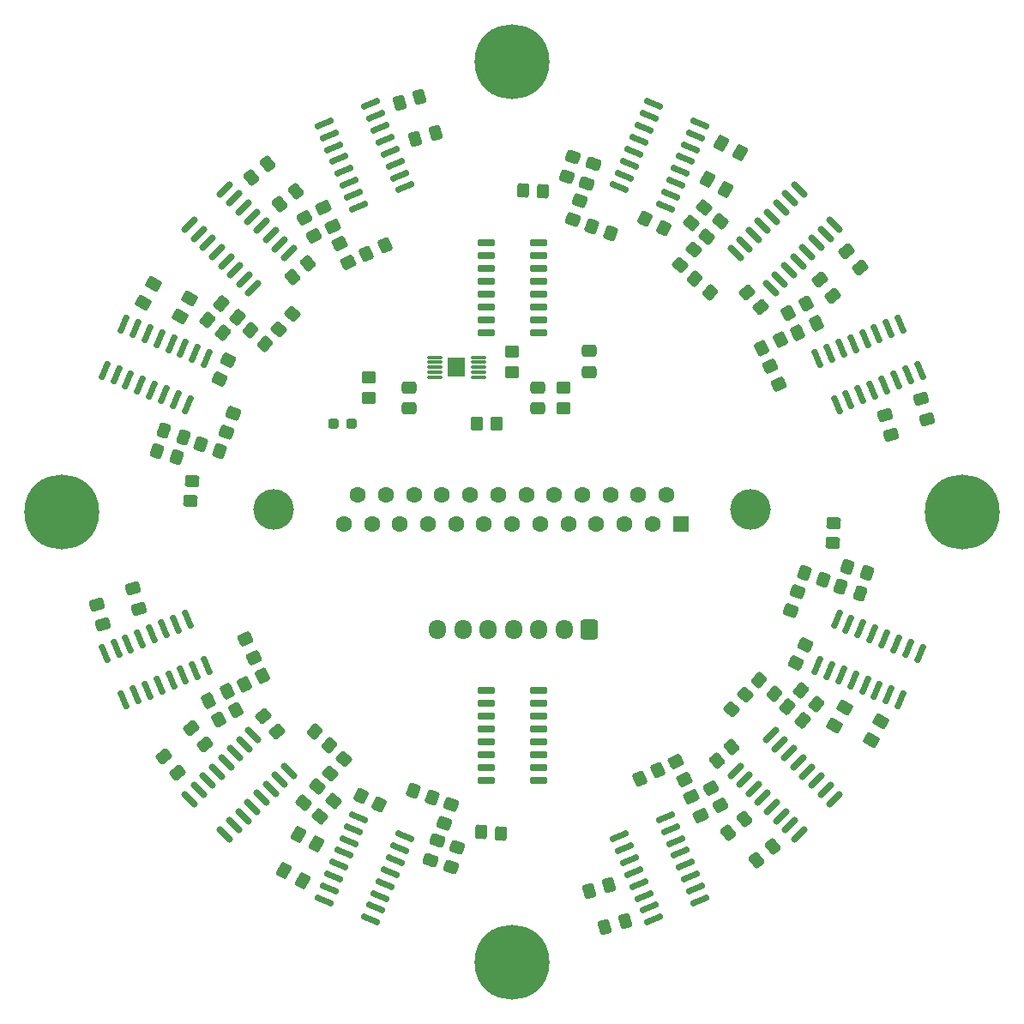
<source format=gts>
%TF.GenerationSoftware,KiCad,Pcbnew,8.0.0*%
%TF.CreationDate,2024-02-27T15:47:42-08:00*%
%TF.ProjectId,PCB,5043422e-6b69-4636-9164-5f7063625858,rev?*%
%TF.SameCoordinates,Original*%
%TF.FileFunction,Soldermask,Top*%
%TF.FilePolarity,Negative*%
%FSLAX46Y46*%
G04 Gerber Fmt 4.6, Leading zero omitted, Abs format (unit mm)*
G04 Created by KiCad (PCBNEW 8.0.0) date 2024-02-27 15:47:42*
%MOMM*%
%LPD*%
G01*
G04 APERTURE LIST*
G04 Aperture macros list*
%AMRoundRect*
0 Rectangle with rounded corners*
0 $1 Rounding radius*
0 $2 $3 $4 $5 $6 $7 $8 $9 X,Y pos of 4 corners*
0 Add a 4 corners polygon primitive as box body*
4,1,4,$2,$3,$4,$5,$6,$7,$8,$9,$2,$3,0*
0 Add four circle primitives for the rounded corners*
1,1,$1+$1,$2,$3*
1,1,$1+$1,$4,$5*
1,1,$1+$1,$6,$7*
1,1,$1+$1,$8,$9*
0 Add four rect primitives between the rounded corners*
20,1,$1+$1,$2,$3,$4,$5,0*
20,1,$1+$1,$4,$5,$6,$7,0*
20,1,$1+$1,$6,$7,$8,$9,0*
20,1,$1+$1,$8,$9,$2,$3,0*%
G04 Aperture macros list end*
%ADD10RoundRect,0.250000X-0.041714X0.581198X-0.562560X0.151845X0.041714X-0.581198X0.562560X-0.151845X0*%
%ADD11RoundRect,0.250000X-0.552920X0.183876X-0.355569X-0.461629X0.552920X-0.183876X0.355569X0.461629X0*%
%ADD12RoundRect,0.250000X0.260953X-0.520994X0.577847X0.074996X-0.260953X0.520994X-0.577847X-0.074996X0*%
%ADD13RoundRect,0.250000X-0.127030X-0.555755X0.507386X-0.259922X0.127030X0.555755X-0.507386X0.259922X0*%
%ADD14RoundRect,0.250000X-0.095117X-0.574877X0.511569X-0.278977X0.095117X0.574877X-0.511569X0.278977X0*%
%ADD15RoundRect,0.250000X-0.303155X0.482801X-0.542569X-0.174983X0.303155X-0.482801X0.542569X0.174983X0*%
%ADD16RoundRect,0.150000X-0.725000X-0.150000X0.725000X-0.150000X0.725000X0.150000X-0.725000X0.150000X0*%
%ADD17RoundRect,0.250000X-0.475000X0.337500X-0.475000X-0.337500X0.475000X-0.337500X0.475000X0.337500X0*%
%ADD18RoundRect,0.150000X-0.819603X0.177132X0.704798X-0.454296X0.819603X-0.177132X-0.704798X0.454296X0*%
%ADD19RoundRect,0.250000X0.557370X0.119744X0.021139X0.569696X-0.557370X-0.119744X-0.021139X-0.569696X0*%
%ADD20RoundRect,0.250000X0.132120X-0.567517X0.579388X-0.061972X-0.132120X0.567517X-0.579388X0.061972X0*%
%ADD21C,4.000000*%
%ADD22R,1.600000X1.600000*%
%ADD23C,1.600000*%
%ADD24RoundRect,0.250000X-0.554625X0.131874X-0.264340X-0.505098X0.554625X-0.131874X0.264340X0.505098X0*%
%ADD25RoundRect,0.250000X-0.132120X0.567517X-0.579388X0.061972X0.132120X-0.567517X0.579388X-0.061972X0*%
%ADD26RoundRect,0.250000X-0.378682X-0.426145X0.319819X-0.471928X0.378682X0.426145X-0.319819X0.471928X0*%
%ADD27RoundRect,0.150000X-0.704798X-0.454296X0.819603X0.177132X0.704798X0.454296X-0.819603X-0.177132X0*%
%ADD28C,4.100000*%
%ADD29C,7.400000*%
%ADD30RoundRect,0.250000X-0.520994X-0.260953X0.074996X-0.577847X0.520994X0.260953X-0.074996X0.577847X0*%
%ADD31RoundRect,0.250000X-0.450000X0.350000X-0.450000X-0.350000X0.450000X-0.350000X0.450000X0.350000X0*%
%ADD32RoundRect,0.250000X-0.574877X0.095117X-0.278977X-0.511569X0.574877X-0.095117X0.278977X0.511569X0*%
%ADD33RoundRect,0.250000X-0.555755X0.127030X-0.259922X-0.507386X0.555755X-0.127030X0.259922X0.507386X0*%
%ADD34RoundRect,0.250000X0.555755X-0.127030X0.259922X0.507386X-0.555755X0.127030X-0.259922X-0.507386X0*%
%ADD35RoundRect,0.250000X-0.102667X-0.560767X0.518241X-0.237543X0.102667X0.560767X-0.518241X0.237543X0*%
%ADD36RoundRect,0.250000X0.581198X0.041714X0.151845X0.562560X-0.581198X-0.041714X-0.151845X-0.562560X0*%
%ADD37RoundRect,0.250000X0.350000X0.450000X-0.350000X0.450000X-0.350000X-0.450000X0.350000X-0.450000X0*%
%ADD38RoundRect,0.250000X0.303155X-0.482801X0.542569X0.174983X-0.303155X0.482801X-0.542569X-0.174983X0*%
%ADD39RoundRect,0.250000X0.041714X-0.581198X0.562560X-0.151845X-0.041714X0.581198X-0.562560X0.151845X0*%
%ADD40RoundRect,0.250000X-0.119744X0.557370X-0.569696X0.021139X0.119744X-0.557370X0.569696X-0.021139X0*%
%ADD41RoundRect,0.250000X0.095117X0.574877X-0.511569X0.278977X-0.095117X-0.574877X0.511569X-0.278977X0*%
%ADD42RoundRect,0.250000X-0.485429X-0.298930X0.170242X-0.544075X0.485429X0.298930X-0.170242X0.544075X0*%
%ADD43RoundRect,0.250000X-0.567517X-0.132120X-0.061972X-0.579388X0.567517X0.132120X0.061972X0.579388X0*%
%ADD44RoundRect,0.250000X-0.323926X0.469119X-0.534420X-0.198483X0.323926X-0.469119X0.534420X0.198483X0*%
%ADD45RoundRect,0.250000X-0.581198X-0.041714X-0.151845X-0.562560X0.581198X0.041714X0.151845X0.562560X0*%
%ADD46RoundRect,0.150000X-0.454296X0.704798X0.177132X-0.819603X0.454296X-0.704798X-0.177132X0.819603X0*%
%ADD47RoundRect,0.150000X0.477297X0.689429X-0.689429X-0.477297X-0.477297X-0.689429X0.689429X0.477297X0*%
%ADD48RoundRect,0.150000X0.704798X0.454296X-0.819603X-0.177132X-0.704798X-0.454296X0.819603X0.177132X0*%
%ADD49RoundRect,0.250000X0.469119X0.323926X-0.198483X0.534420X-0.469119X-0.323926X0.198483X-0.534420X0*%
%ADD50RoundRect,0.250000X-0.562063X-0.095318X-0.045969X-0.568231X0.562063X0.095318X0.045969X0.568231X0*%
%ADD51RoundRect,0.250000X-0.183876X-0.552920X0.461629X-0.355569X0.183876X0.552920X-0.461629X0.355569X0*%
%ADD52RoundRect,0.250000X0.475000X-0.337500X0.475000X0.337500X-0.475000X0.337500X-0.475000X-0.337500X0*%
%ADD53RoundRect,0.250000X0.127030X0.555755X-0.507386X0.259922X-0.127030X-0.555755X0.507386X-0.259922X0*%
%ADD54RoundRect,0.250000X0.473757X0.339242X-0.164468X0.559001X-0.473757X-0.339242X0.164468X-0.559001X0*%
%ADD55RoundRect,0.250000X-0.298930X0.485429X-0.544075X-0.170242X0.298930X-0.485429X0.544075X0.170242X0*%
%ADD56RoundRect,0.250000X-0.260953X0.520994X-0.577847X-0.074996X0.260953X-0.520994X0.577847X0.074996X0*%
%ADD57RoundRect,0.250000X0.552920X-0.183876X0.355569X0.461629X-0.552920X0.183876X-0.355569X-0.461629X0*%
%ADD58RoundRect,0.250000X-0.095318X0.562063X-0.568231X0.045969X0.095318X-0.562063X0.568231X-0.045969X0*%
%ADD59RoundRect,0.150000X-0.689429X0.477297X0.477297X-0.689429X0.689429X-0.477297X-0.477297X0.689429X0*%
%ADD60RoundRect,0.250000X-0.426145X0.378682X-0.471928X-0.319819X0.426145X-0.378682X0.471928X0.319819X0*%
%ADD61RoundRect,0.250000X0.033562X-0.569099X0.559850X-0.107557X-0.033562X0.569099X-0.559850X0.107557X0*%
%ADD62RoundRect,0.250000X-0.557370X-0.119744X-0.021139X-0.569696X0.557370X0.119744X0.021139X0.569696X0*%
%ADD63RoundRect,0.250000X0.095318X-0.562063X0.568231X-0.045969X-0.095318X0.562063X-0.568231X0.045969X0*%
%ADD64RoundRect,0.250000X0.298930X-0.485429X0.544075X0.170242X-0.298930X0.485429X-0.544075X-0.170242X0*%
%ADD65RoundRect,0.250000X0.512935X0.248792X-0.114876X0.558394X-0.512935X-0.248792X0.114876X-0.558394X0*%
%ADD66RoundRect,0.150000X0.819603X-0.177132X-0.704798X0.454296X-0.819603X0.177132X0.704798X-0.454296X0*%
%ADD67RoundRect,0.250000X0.562063X0.095318X0.045969X0.568231X-0.562063X-0.095318X-0.045969X-0.568231X0*%
%ADD68RoundRect,0.250000X-0.473757X-0.339242X0.164468X-0.559001X0.473757X0.339242X-0.164468X0.559001X0*%
%ADD69RoundRect,0.250000X-0.033562X0.569099X-0.559850X0.107557X0.033562X-0.569099X0.559850X-0.107557X0*%
%ADD70RoundRect,0.150000X-0.477297X-0.689429X0.689429X0.477297X0.477297X0.689429X-0.689429X-0.477297X0*%
%ADD71RoundRect,0.250000X-0.482801X-0.303155X0.174983X-0.542569X0.482801X0.303155X-0.174983X0.542569X0*%
%ADD72RoundRect,0.250000X0.520994X0.260953X-0.074996X0.577847X-0.520994X-0.260953X0.074996X-0.577847X0*%
%ADD73RoundRect,0.250000X0.183876X0.552920X-0.461629X0.355569X-0.183876X-0.552920X0.461629X-0.355569X0*%
%ADD74RoundRect,0.250000X0.090410X-0.562873X0.567809X-0.050925X-0.090410X0.562873X-0.567809X0.050925X0*%
%ADD75RoundRect,0.250000X0.339242X-0.473757X0.559001X0.164468X-0.339242X0.473757X-0.559001X-0.164468X0*%
%ADD76RoundRect,0.250000X-0.339242X0.473757X-0.559001X-0.164468X0.339242X-0.473757X0.559001X0.164468X0*%
%ADD77RoundRect,0.250000X-0.248792X0.512935X-0.558394X-0.114876X0.248792X-0.512935X0.558394X0.114876X0*%
%ADD78RoundRect,0.250000X0.482801X0.303155X-0.174983X0.542569X-0.482801X-0.303155X0.174983X-0.542569X0*%
%ADD79RoundRect,0.250000X0.574877X-0.095117X0.278977X0.511569X-0.574877X0.095117X-0.278977X-0.511569X0*%
%ADD80RoundRect,0.250000X-0.512935X-0.248792X0.114876X-0.558394X0.512935X0.248792X-0.114876X0.558394X0*%
%ADD81RoundRect,0.250000X0.600000X0.725000X-0.600000X0.725000X-0.600000X-0.725000X0.600000X-0.725000X0*%
%ADD82O,1.700000X1.950000*%
%ADD83RoundRect,0.150000X0.689429X-0.477297X-0.477297X0.689429X-0.689429X0.477297X0.477297X-0.689429X0*%
%ADD84RoundRect,0.250000X-0.562873X-0.090410X-0.050925X-0.567809X0.562873X0.090410X0.050925X0.567809X0*%
%ADD85RoundRect,0.250000X-0.560767X0.102667X-0.237543X-0.518241X0.560767X-0.102667X0.237543X0.518241X0*%
%ADD86RoundRect,0.237500X-0.287500X-0.237500X0.287500X-0.237500X0.287500X0.237500X-0.287500X0.237500X0*%
%ADD87RoundRect,0.250000X0.426145X-0.378682X0.471928X0.319819X-0.426145X0.378682X-0.471928X-0.319819X0*%
%ADD88RoundRect,0.250000X0.567517X0.132120X0.061972X0.579388X-0.567517X-0.132120X-0.061972X-0.579388X0*%
%ADD89RoundRect,0.250000X-0.469119X-0.323926X0.198483X-0.534420X0.469119X0.323926X-0.198483X0.534420X0*%
%ADD90RoundRect,0.250000X0.569099X0.033562X0.107557X0.559850X-0.569099X-0.033562X-0.107557X-0.559850X0*%
%ADD91RoundRect,0.075000X-0.650000X-0.075000X0.650000X-0.075000X0.650000X0.075000X-0.650000X0.075000X0*%
%ADD92R,1.680000X1.880000*%
%ADD93RoundRect,0.250000X0.450000X-0.350000X0.450000X0.350000X-0.450000X0.350000X-0.450000X-0.350000X0*%
%ADD94RoundRect,0.150000X-0.177132X-0.819603X0.454296X0.704798X0.177132X0.819603X-0.454296X-0.704798X0*%
%ADD95RoundRect,0.250000X-0.090410X0.562873X-0.567809X0.050925X0.090410X-0.562873X0.567809X-0.050925X0*%
%ADD96RoundRect,0.250000X0.378682X0.426145X-0.319819X0.471928X-0.378682X-0.426145X0.319819X-0.471928X0*%
%ADD97RoundRect,0.250000X0.102667X0.560767X-0.518241X0.237543X-0.102667X-0.560767X0.518241X-0.237543X0*%
%ADD98RoundRect,0.150000X0.454296X-0.704798X-0.177132X0.819603X-0.454296X0.704798X0.177132X-0.819603X0*%
%ADD99RoundRect,0.250000X-0.131874X-0.554625X0.505098X-0.264340X0.131874X0.554625X-0.505098X0.264340X0*%
%ADD100RoundRect,0.250000X-0.569099X-0.033562X-0.107557X-0.559850X0.569099X0.033562X0.107557X0.559850X0*%
%ADD101RoundRect,0.150000X0.725000X0.150000X-0.725000X0.150000X-0.725000X-0.150000X0.725000X-0.150000X0*%
%ADD102RoundRect,0.150000X0.177132X0.819603X-0.454296X-0.704798X-0.177132X-0.819603X0.454296X0.704798X0*%
%ADD103RoundRect,0.250000X0.119744X-0.557370X0.569696X-0.021139X-0.119744X0.557370X-0.569696X0.021139X0*%
%ADD104RoundRect,0.250000X0.485429X0.298930X-0.170242X0.544075X-0.485429X-0.298930X0.170242X-0.544075X0*%
%ADD105RoundRect,0.250000X0.323926X-0.469119X0.534420X0.198483X-0.323926X0.469119X-0.534420X-0.198483X0*%
%ADD106RoundRect,0.250000X0.554625X-0.131874X0.264340X0.505098X-0.554625X0.131874X-0.264340X-0.505098X0*%
%ADD107RoundRect,0.250000X0.248792X-0.512935X0.558394X0.114876X-0.248792X0.512935X-0.558394X-0.114876X0*%
%ADD108RoundRect,0.250000X0.562873X0.090410X0.050925X0.567809X-0.562873X-0.090410X-0.050925X-0.567809X0*%
%ADD109RoundRect,0.250000X0.560767X-0.102667X0.237543X0.518241X-0.560767X0.102667X-0.237543X-0.518241X0*%
%ADD110RoundRect,0.250000X0.131874X0.554625X-0.505098X0.264340X-0.131874X-0.554625X0.505098X-0.264340X0*%
G04 APERTURE END LIST*
D10*
X182925343Y-120357870D03*
X181324221Y-121677732D03*
D11*
X196820163Y-80437198D03*
X197426835Y-82421530D03*
D12*
X127202290Y-70726134D03*
X128176444Y-68894018D03*
D13*
X133531013Y-107023215D03*
X135343629Y-106177979D03*
D14*
X129987931Y-108625741D03*
X131852929Y-107716121D03*
D15*
X166679168Y-59246368D03*
X165995128Y-61125754D03*
D16*
X157425000Y-63457000D03*
X157425000Y-64727000D03*
X157425000Y-65997000D03*
X157425000Y-67267000D03*
X157425000Y-68537000D03*
X157425000Y-69807000D03*
X157425000Y-71077000D03*
X157425000Y-72347000D03*
X162575000Y-72347000D03*
X162575000Y-71077000D03*
X162575000Y-69807000D03*
X162575000Y-68537000D03*
X162575000Y-67267000D03*
X162575000Y-65997000D03*
X162575000Y-64727000D03*
X162575000Y-63457000D03*
D17*
X167640000Y-74125000D03*
X167640000Y-76200000D03*
D18*
X173994664Y-49746403D03*
X173508656Y-50919730D03*
X173022648Y-52093057D03*
X172536640Y-53266384D03*
X172050632Y-54439711D03*
X171564624Y-55613038D03*
X171078616Y-56786365D03*
X170592608Y-57959692D03*
X175165812Y-59853975D03*
X175651820Y-58680648D03*
X176137828Y-57507321D03*
X176623836Y-56333994D03*
X177109844Y-55160667D03*
X177595852Y-53987340D03*
X178081860Y-52814013D03*
X178567868Y-51640686D03*
D19*
X190061017Y-108948319D03*
X188528929Y-107662743D03*
D20*
X139400227Y-118693063D03*
X140775163Y-117138979D03*
D10*
X185729583Y-123029710D03*
X184128461Y-124349572D03*
D21*
X136455000Y-89770331D03*
X183555000Y-89770331D03*
D22*
X176625000Y-91190331D03*
D23*
X173855000Y-91190331D03*
X171085000Y-91190331D03*
X168315000Y-91190331D03*
X165545000Y-91190331D03*
X162775000Y-91190331D03*
X160005000Y-91190331D03*
X157235000Y-91190331D03*
X154465000Y-91190331D03*
X151695000Y-91190331D03*
X148925000Y-91190331D03*
X146155000Y-91190331D03*
X143385000Y-91190331D03*
X175240000Y-88350331D03*
X172470000Y-88350331D03*
X169700000Y-88350331D03*
X166930000Y-88350331D03*
X164160000Y-88350331D03*
X161390000Y-88350331D03*
X158620000Y-88350331D03*
X155850000Y-88350331D03*
X153080000Y-88350331D03*
X150310000Y-88350331D03*
X147540000Y-88350331D03*
X144770000Y-88350331D03*
D24*
X133675720Y-102577715D03*
X134505106Y-104397637D03*
D25*
X180599772Y-61306936D03*
X179224836Y-62861020D03*
D26*
X161078690Y-58252576D03*
X163074408Y-58383382D03*
D27*
X141432131Y-51640686D03*
X141918139Y-52814013D03*
X142404147Y-53987340D03*
X142890155Y-55160667D03*
X143376163Y-56333994D03*
X143862171Y-57507321D03*
X144348179Y-58680648D03*
X144834187Y-59853975D03*
X149407391Y-57959692D03*
X148921383Y-56786365D03*
X148435375Y-55613038D03*
X147949367Y-54439711D03*
X147463359Y-53266384D03*
X146977351Y-52093057D03*
X146491343Y-50919730D03*
X146005335Y-49746403D03*
D28*
X160000000Y-134450000D03*
D29*
X160000000Y-134450000D03*
D30*
X179273865Y-57202290D03*
X181105981Y-58176444D03*
D31*
X160020000Y-74200000D03*
X160020000Y-76200000D03*
D32*
X141374258Y-59987931D03*
X142283878Y-61852929D03*
D33*
X142976784Y-63531013D03*
X143822020Y-65343629D03*
D34*
X177023215Y-116468986D03*
X176177979Y-114656370D03*
D35*
X130990182Y-110521551D03*
X132764204Y-109598053D03*
D36*
X126970289Y-115729583D03*
X125650427Y-114128461D03*
D37*
X158480000Y-81280000D03*
X156480000Y-81280000D03*
D38*
X153320831Y-120753631D03*
X154004871Y-118874245D03*
D39*
X134270416Y-56970289D03*
X135871538Y-55650427D03*
D40*
X178948319Y-59938982D03*
X177662743Y-61471070D03*
D41*
X190012068Y-71374258D03*
X188147070Y-72283878D03*
D30*
X180669187Y-53589041D03*
X182501303Y-54563195D03*
D42*
X150279711Y-117507865D03*
X152153055Y-118208279D03*
D43*
X131306936Y-69400227D03*
X132861020Y-70775163D03*
D44*
X166002110Y-54976033D03*
X165400698Y-56883467D03*
D45*
X190357870Y-67074656D03*
X191677732Y-68675778D03*
X193029710Y-64270416D03*
X194349572Y-65871538D03*
D46*
X198359313Y-71432131D03*
X197185986Y-71918139D03*
X196012659Y-72404147D03*
X194839332Y-72890155D03*
X193666005Y-73376163D03*
X192492678Y-73862171D03*
X191319351Y-74348179D03*
X190146024Y-74834187D03*
X192040307Y-79407391D03*
X193213634Y-78921383D03*
X194386961Y-78435375D03*
X195560288Y-77949367D03*
X196733615Y-77463359D03*
X197906942Y-76977351D03*
X199080269Y-76491343D03*
X200253596Y-76005335D03*
D47*
X191833947Y-118333768D03*
X190935921Y-117435743D03*
X190037896Y-116537717D03*
X189139870Y-115639692D03*
X188241844Y-114741666D03*
X187343819Y-113843640D03*
X186445793Y-112945615D03*
X185547768Y-112047589D03*
X182047589Y-115547768D03*
X182945615Y-116445793D03*
X183843640Y-117343819D03*
X184741666Y-118241844D03*
X185639692Y-119139870D03*
X186537717Y-120037896D03*
X187435743Y-120935921D03*
X188333768Y-121833947D03*
D48*
X178567868Y-128359313D03*
X178081860Y-127185986D03*
X177595852Y-126012659D03*
X177109844Y-124839332D03*
X176623836Y-123666005D03*
X176137828Y-122492678D03*
X175651820Y-121319351D03*
X175165812Y-120146024D03*
X170592608Y-122040307D03*
X171078616Y-123213634D03*
X171564624Y-124386961D03*
X172050632Y-125560288D03*
X172536640Y-126733615D03*
X173022648Y-127906942D03*
X173508656Y-129080269D03*
X173994664Y-130253596D03*
D49*
X195023966Y-96002110D03*
X193116532Y-95400698D03*
D50*
X134143356Y-72060347D03*
X135617910Y-73411527D03*
D51*
X148868887Y-49638242D03*
X150853219Y-49031570D03*
D52*
X162560000Y-79777500D03*
X162560000Y-77702500D03*
D31*
X145817500Y-76740000D03*
X145817500Y-78740000D03*
D53*
X186468986Y-72976784D03*
X184656370Y-73822020D03*
D54*
X194392125Y-98051348D03*
X192430173Y-97375794D03*
D55*
X132492134Y-80279711D03*
X131791720Y-82153055D03*
D56*
X196410958Y-110669187D03*
X195436804Y-112501303D03*
D57*
X119638242Y-101131112D03*
X119031570Y-99146780D03*
D58*
X177939652Y-64143356D03*
X176588472Y-65617910D03*
D59*
X188333768Y-58166052D03*
X187435743Y-59064078D03*
X186537717Y-59962103D03*
X185639692Y-60860129D03*
X184741666Y-61758155D03*
X183843640Y-62656180D03*
X182945615Y-63554206D03*
X182047589Y-64452231D03*
X185547768Y-67952410D03*
X186445793Y-67054384D03*
X187343819Y-66156359D03*
X188241844Y-65258333D03*
X189139870Y-64360307D03*
X190037896Y-63462282D03*
X190935921Y-62564256D03*
X191833947Y-61666231D03*
D60*
X191747423Y-91078690D03*
X191616617Y-93074408D03*
D61*
X138313930Y-66788432D03*
X139817610Y-65469740D03*
D62*
X129938982Y-71051680D03*
X131471070Y-72337256D03*
D63*
X142060347Y-115856643D03*
X143411527Y-114382089D03*
D64*
X187507865Y-99720288D03*
X188208279Y-97846944D03*
D65*
X146854207Y-118917998D03*
X145060461Y-118033420D03*
D66*
X146005335Y-130253596D03*
X146491343Y-129080269D03*
X146977351Y-127906942D03*
X147463359Y-126733615D03*
X147949367Y-125560288D03*
X148435375Y-124386961D03*
X148921383Y-123213634D03*
X149407391Y-122040307D03*
X144834187Y-120146024D03*
X144348179Y-121319351D03*
X143862171Y-122492678D03*
X143376163Y-123666005D03*
X142890155Y-124839332D03*
X142404147Y-126012659D03*
X141918139Y-127185986D03*
X141432131Y-128359313D03*
D67*
X185856643Y-107939652D03*
X184382089Y-106588472D03*
D68*
X125607874Y-81948651D03*
X127569826Y-82624205D03*
D51*
X150437198Y-53179836D03*
X152421530Y-52573164D03*
D69*
X181686069Y-113211567D03*
X180182389Y-114530259D03*
D70*
X128166052Y-61666231D03*
X129064078Y-62564256D03*
X129962103Y-63462282D03*
X130860129Y-64360307D03*
X131758155Y-65258333D03*
X132656180Y-66156359D03*
X133554206Y-67054384D03*
X134452231Y-67952410D03*
X137952410Y-64452231D03*
X137054384Y-63554206D03*
X136156359Y-62656180D03*
X135258333Y-61758155D03*
X134360307Y-60860129D03*
X133462282Y-59962103D03*
X132564256Y-59064078D03*
X131666231Y-58166052D03*
D71*
X129246368Y-83320831D03*
X131125754Y-84004871D03*
D72*
X139330812Y-126410958D03*
X137498696Y-125436804D03*
D73*
X169562801Y-126820163D03*
X167578469Y-127426835D03*
D28*
X160000000Y-45550000D03*
D29*
X160000000Y-45550000D03*
D12*
X123589041Y-69330812D03*
X124563195Y-67498696D03*
D74*
X181694160Y-109507180D03*
X183058156Y-108044472D03*
D75*
X151948651Y-124392125D03*
X152624205Y-122430173D03*
D76*
X168051348Y-55607874D03*
X167375794Y-57569826D03*
D72*
X140726134Y-122797709D03*
X138894018Y-121823555D03*
D39*
X137074656Y-59642129D03*
X138675778Y-58322267D03*
D11*
X200361757Y-78868887D03*
X200968429Y-80853219D03*
D77*
X188917998Y-103145792D03*
X188033420Y-104939538D03*
D78*
X190753631Y-96679168D03*
X188874245Y-95995128D03*
D79*
X178625741Y-120012068D03*
X177716121Y-118147070D03*
D80*
X173145792Y-61082001D03*
X174939538Y-61966579D03*
D81*
X167640000Y-101600000D03*
D82*
X165140000Y-101600000D03*
X162640000Y-101600000D03*
X160140000Y-101600000D03*
X157640000Y-101600000D03*
X155140000Y-101600000D03*
X152640000Y-101600000D03*
D83*
X131666231Y-121833947D03*
X132564256Y-120935921D03*
X133462282Y-120037896D03*
X134360307Y-119139870D03*
X135258333Y-118241844D03*
X136156359Y-117343819D03*
X137054384Y-116445793D03*
X137952410Y-115547768D03*
X134452231Y-112047589D03*
X133554206Y-112945615D03*
X132656180Y-113843640D03*
X131758155Y-114741666D03*
X130860129Y-115639692D03*
X129962103Y-116537717D03*
X129064078Y-117435743D03*
X128166052Y-118333768D03*
D84*
X140492819Y-111694160D03*
X141955527Y-113058156D03*
D85*
X139478448Y-60990182D03*
X140401946Y-62764204D03*
D86*
X142402500Y-81280000D03*
X144152500Y-81280000D03*
D87*
X128252576Y-88921309D03*
X128383382Y-86925591D03*
D88*
X188693063Y-110599772D03*
X187138979Y-109224836D03*
D73*
X171131112Y-130361757D03*
X169146780Y-130968429D03*
D89*
X124976033Y-83997889D03*
X126883467Y-84599301D03*
D90*
X136788432Y-111686069D03*
X135469740Y-110182389D03*
D91*
X152370000Y-74730000D03*
X152370000Y-75230000D03*
X152370000Y-75730000D03*
X152370000Y-76230000D03*
X152370000Y-76730000D03*
X156670000Y-76730000D03*
X156670000Y-76230000D03*
X156670000Y-75730000D03*
X156670000Y-75230000D03*
X156670000Y-74730000D03*
D92*
X154520000Y-75730000D03*
D93*
X165100000Y-79740000D03*
X165100000Y-77740000D03*
D56*
X192797709Y-109273865D03*
X191823555Y-111105981D03*
D94*
X119746403Y-76005335D03*
X120919730Y-76491343D03*
X122093057Y-76977351D03*
X123266384Y-77463359D03*
X124439711Y-77949367D03*
X125613038Y-78435375D03*
X126786365Y-78921383D03*
X127959692Y-79407391D03*
X129853975Y-74834187D03*
X128680648Y-74348179D03*
X127507321Y-73862171D03*
X126333994Y-73376163D03*
X125160667Y-72890155D03*
X123987340Y-72404147D03*
X122814013Y-71918139D03*
X121640686Y-71432131D03*
D95*
X138305839Y-70492819D03*
X136941843Y-71955527D03*
D96*
X158921309Y-121747423D03*
X156925591Y-121616617D03*
D97*
X189009817Y-69478448D03*
X187235795Y-70401946D03*
D98*
X121640686Y-108567868D03*
X122814013Y-108081860D03*
X123987340Y-107595852D03*
X125160667Y-107109844D03*
X126333994Y-106623836D03*
X127507321Y-106137828D03*
X128680648Y-105651820D03*
X129853975Y-105165812D03*
X127959692Y-100592608D03*
X126786365Y-101078616D03*
X125613038Y-101564624D03*
X124439711Y-102050632D03*
X123266384Y-102536640D03*
X122093057Y-103022648D03*
X120919730Y-103508656D03*
X119746403Y-103994664D03*
D52*
X149860000Y-79777500D03*
X149860000Y-77702500D03*
D99*
X172577715Y-116324279D03*
X174397637Y-115494893D03*
D100*
X183211567Y-68313930D03*
X184530259Y-69817610D03*
D101*
X162575000Y-116543000D03*
X162575000Y-115273000D03*
X162575000Y-114003000D03*
X162575000Y-112733000D03*
X162575000Y-111463000D03*
X162575000Y-110193000D03*
X162575000Y-108923000D03*
X162575000Y-107653000D03*
X157425000Y-107653000D03*
X157425000Y-108923000D03*
X157425000Y-110193000D03*
X157425000Y-111463000D03*
X157425000Y-112733000D03*
X157425000Y-114003000D03*
X157425000Y-115273000D03*
X157425000Y-116543000D03*
D102*
X200253596Y-103994664D03*
X199080269Y-103508656D03*
X197906942Y-103022648D03*
X196733615Y-102536640D03*
X195560288Y-102050632D03*
X194386961Y-101564624D03*
X193213634Y-101078616D03*
X192040307Y-100592608D03*
X190146024Y-105165812D03*
X191319351Y-105651820D03*
X192492678Y-106137828D03*
X193666005Y-106623836D03*
X194839332Y-107109844D03*
X196012659Y-107595852D03*
X197185986Y-108081860D03*
X198359313Y-108567868D03*
D103*
X141051680Y-120061017D03*
X142337256Y-118528929D03*
D28*
X115550000Y-90000000D03*
D29*
X115550000Y-90000000D03*
D104*
X169720288Y-62492134D03*
X167846944Y-61791720D03*
D105*
X153997889Y-125023966D03*
X154599301Y-123116532D03*
D106*
X186324279Y-77422284D03*
X185494893Y-75602362D03*
D107*
X131082001Y-76854207D03*
X131966579Y-75060461D03*
D57*
X123179836Y-99562801D03*
X122573164Y-97578469D03*
D108*
X179507180Y-68305839D03*
X178044472Y-66941843D03*
D109*
X180521551Y-119009817D03*
X179598053Y-117235795D03*
D110*
X147422284Y-63675720D03*
X145602362Y-64505106D03*
D36*
X129642129Y-112925343D03*
X128322267Y-111324221D03*
D28*
X204450000Y-90000000D03*
D29*
X204450000Y-90000000D03*
M02*

</source>
